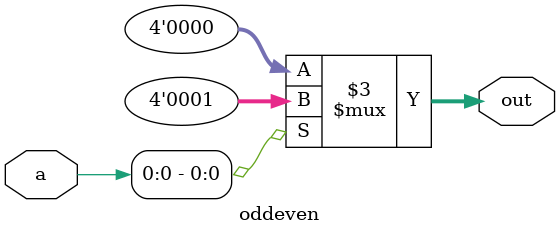
<source format=sv>
/*
	DESIGN NAME - ODD EVEN CALCULATOR
    
    SPECIFICATION - WE HAVE A 4-BIT INPUT, AND THE OUTPUT NEEDS TO BE
    				A 0 IF THE INPUT IS EVEN, OR A 1 IF THE INPUT IS ODD.
           			NOTE THAT WE ARE USING A 4-BIT OUTPUT FOR CONSISTENCY.
                    SO, THE OUTPUT WILL EITHER BE 0000 OR 0001
                    
    TIPS FOR THE DESIGN - LOOK CAREFULLY AT THE LSB OF THE INPUT, AND SEE
    				      IF IT IS AN EVEN OR AN ODD NUMBER DEPENDING ON
                          THE LSB. OBSERVE A FEW BINARY EXAMPLES.
                          TRY NOT TO USE THE MODULUS % OPERATOR.


*/

module oddeven(a, out);
  input  [3:0] a;
  output reg [3:0] out;
  
  // Finish the oddeven design below -
  always @(*)
    begin
      
      if (a[0]) begin
        out = 4'b0001;
      end
      
      else begin
        out = 4'b0000;
      end
      
    end

endmodule
</source>
